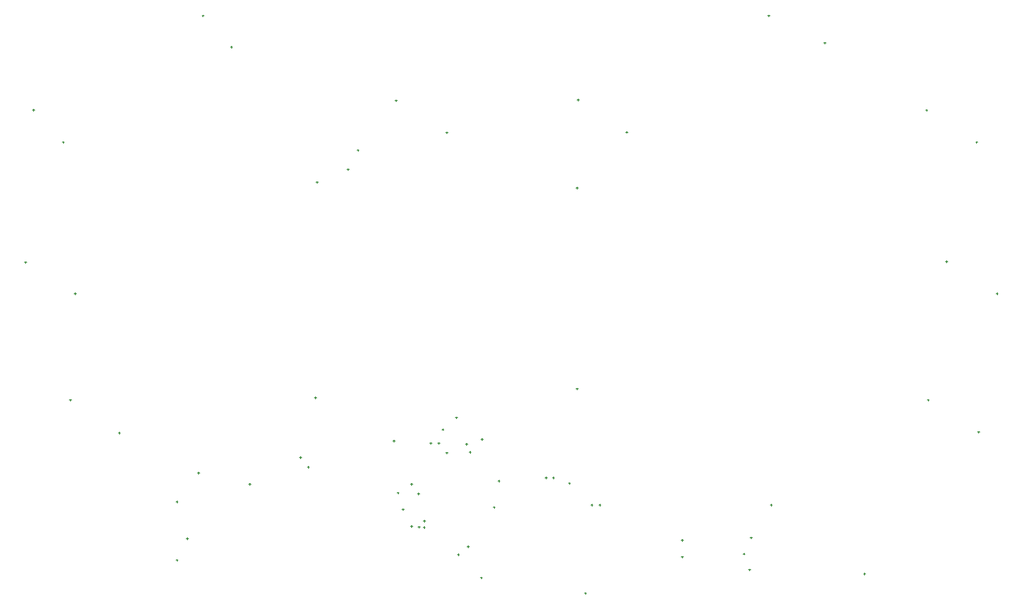
<source format=gbr>
%TF.GenerationSoftware,Altium Limited,Altium Designer,24.6.1 (21)*%
G04 Layer_Color=128*
%FSLAX45Y45*%
%MOMM*%
%TF.SameCoordinates,D6E34864-ACFE-43FA-A01B-F9739AC3D18D*%
%TF.FilePolarity,Positive*%
%TF.FileFunction,Drillmap*%
%TF.Part,Single*%
G01*
G75*
%TA.AperFunction,NonConductor*%
%ADD54C,0.12700*%
D54*
X974810Y3246506D02*
X1004810D01*
X989810Y3231506D02*
Y3261506D01*
X-1996990Y4837910D02*
X-1966990D01*
X-1981990Y4822910D02*
Y4852910D01*
X-2059700Y5664200D02*
X-2029700D01*
X-2044700Y5649200D02*
Y5679200D01*
X-1673889Y4825179D02*
X-1643889D01*
X-1658889Y4810179D02*
Y4840179D01*
X-884729Y3983368D02*
X-854729D01*
X-869729Y3968368D02*
Y3998368D01*
X-7774700Y10909300D02*
X-7744700D01*
X-7759700Y10894300D02*
Y10924300D01*
X-4349604Y4978400D02*
X-4319604D01*
X-4334604Y4963400D02*
Y4993400D01*
X-1577100Y4394200D02*
X-1547100D01*
X-1562100Y4379200D02*
Y4409200D01*
X-662700Y5689600D02*
X-632700D01*
X-647700Y5674600D02*
Y5704600D01*
X-3419390Y5248214D02*
X-3389390D01*
X-3404390Y5233214D02*
Y5263214D01*
X-1583000Y4292600D02*
X-1553000D01*
X-1568000Y4277600D02*
Y4307600D01*
X-5337090Y4114010D02*
X-5307090D01*
X-5322090Y4099010D02*
Y4129010D01*
X3489410Y3869410D02*
X3519410D01*
X3504410Y3854410D02*
Y3884410D01*
X3603710Y4126710D02*
X3633710D01*
X3618710Y4111710D02*
Y4141710D01*
X3921210Y4647410D02*
X3951210D01*
X3936210Y4632410D02*
Y4662410D01*
X5401056Y3555210D02*
X5431056D01*
X5416056Y3540210D02*
Y3570210D01*
X720810Y4990310D02*
X750810D01*
X735810Y4975310D02*
Y5005310D01*
X-1349290Y5625310D02*
X-1319290D01*
X-1334290Y5610310D02*
Y5640310D01*
X-853990Y5485610D02*
X-823990D01*
X-838990Y5470610D02*
Y5500610D01*
X-396790Y5028410D02*
X-366790D01*
X-381790Y5013410D02*
Y5043410D01*
X-4638590Y11911810D02*
X-4608590D01*
X-4623590Y11896810D02*
Y11926810D01*
X-3545600Y5397500D02*
X-3515600D01*
X-3530600Y5382500D02*
Y5412500D01*
X-5159290Y5155410D02*
X-5129290D01*
X-5144290Y5140410D02*
Y5170410D01*
X-5502190Y4698210D02*
X-5472190D01*
X-5487190Y4683210D02*
Y4713210D01*
X-5502190Y3771110D02*
X-5472190D01*
X-5487190Y3756110D02*
Y3786110D01*
X-6416590Y5790410D02*
X-6386590D01*
X-6401590Y5775410D02*
Y5805410D01*
X-7191290Y6311110D02*
X-7161290D01*
X-7176290Y6296110D02*
Y6326110D01*
X-7115090Y8000210D02*
X-7085090D01*
X-7100090Y7985210D02*
Y8015210D01*
X-7902490Y8495510D02*
X-7872490D01*
X-7887490Y8480510D02*
Y8510510D01*
X-7305590Y10400510D02*
X-7275590D01*
X-7290590Y10385510D02*
Y10415510D01*
X-5089144Y12407110D02*
X-5059144D01*
X-5074144Y12392110D02*
Y12422110D01*
X860610Y11073510D02*
X890610D01*
X875610Y11058510D02*
Y11088510D01*
X1629156Y10558999D02*
X1659156D01*
X1644156Y10543999D02*
Y10573999D01*
X3883310Y12406910D02*
X3913310D01*
X3898310Y12391910D02*
Y12421910D01*
X4772110Y11975310D02*
X4802110D01*
X4787110Y11960310D02*
Y11990310D01*
X6385010Y10908510D02*
X6415010D01*
X6400010Y10893510D02*
Y10923510D01*
X7179056Y10400510D02*
X7209056D01*
X7194056Y10385510D02*
Y10415510D01*
X6702510Y8508210D02*
X6732510D01*
X6717510Y8493210D02*
Y8523210D01*
X7502610Y8000210D02*
X7532610D01*
X7517610Y7985210D02*
Y8015210D01*
X6410410Y6311110D02*
X6440410D01*
X6425410Y6296110D02*
Y6326110D01*
X7210510Y5803110D02*
X7240510D01*
X7225510Y5788110D02*
Y5818110D01*
X3578310Y3618710D02*
X3608310D01*
X3593310Y3603710D02*
Y3633710D01*
X841756Y6488910D02*
X871756D01*
X856756Y6473910D02*
Y6503910D01*
X841756Y9676610D02*
X871756D01*
X856756Y9661610D02*
Y9691610D01*
X-1222290Y10552910D02*
X-1192290D01*
X-1207290Y10537910D02*
Y10567910D01*
X-2028444Y11060910D02*
X-1998444D01*
X-2013444Y11045910D02*
Y11075910D01*
X-2631990Y10273510D02*
X-2601990D01*
X-2616990Y10258510D02*
Y10288510D01*
X-2790444Y9968710D02*
X-2760444D01*
X-2775444Y9953710D02*
Y9983710D01*
X-3279690Y9765510D02*
X-3249690D01*
X-3264690Y9750510D02*
Y9780510D01*
X-3305090Y6349210D02*
X-3275090D01*
X-3290090Y6334210D02*
Y6364210D01*
X1076410Y4647410D02*
X1106410D01*
X1091410Y4632410D02*
Y4662410D01*
X2511510Y3821910D02*
X2541510D01*
X2526510Y3806910D02*
Y3836910D01*
X2511510Y4088610D02*
X2541510D01*
X2526510Y4073610D02*
Y4103610D01*
X-1222290Y5472910D02*
X-1192290D01*
X-1207290Y5457910D02*
Y5487910D01*
X-910844Y5612610D02*
X-880844D01*
X-895844Y5597610D02*
Y5627610D01*
X-676190Y3491710D02*
X-646190D01*
X-661190Y3476710D02*
Y3506710D01*
X-1041033Y3856368D02*
X-1011033D01*
X-1026033Y3841368D02*
Y3871368D01*
X-1661811Y4295605D02*
X-1631811D01*
X-1646811Y4280605D02*
Y4310605D01*
X-1780300Y4305300D02*
X-1750300D01*
X-1765300Y4290300D02*
Y4320300D01*
X-1915811Y4575005D02*
X-1885811D01*
X-1900811Y4560005D02*
Y4590005D01*
X-1781090Y4977610D02*
X-1751090D01*
X-1766090Y4962610D02*
Y4992610D01*
X1203410Y4647410D02*
X1233410D01*
X1218410Y4632410D02*
Y4662410D01*
X466810Y5079210D02*
X496810D01*
X481810Y5064210D02*
Y5094210D01*
X352510Y5079210D02*
X382510D01*
X367510Y5064210D02*
Y5094210D01*
X-472990Y4609310D02*
X-442990D01*
X-457990Y4594310D02*
Y4624310D01*
X-1285790Y5842265D02*
X-1255790D01*
X-1270790Y5827265D02*
Y5857265D01*
X-1476290Y5625310D02*
X-1446290D01*
X-1461290Y5610310D02*
Y5640310D01*
X-1069890Y6031710D02*
X-1039890D01*
X-1054890Y6016710D02*
Y6046710D01*
%TF.MD5,84ee0bef18dc39f6966574f3b9e6fa74*%
M02*

</source>
